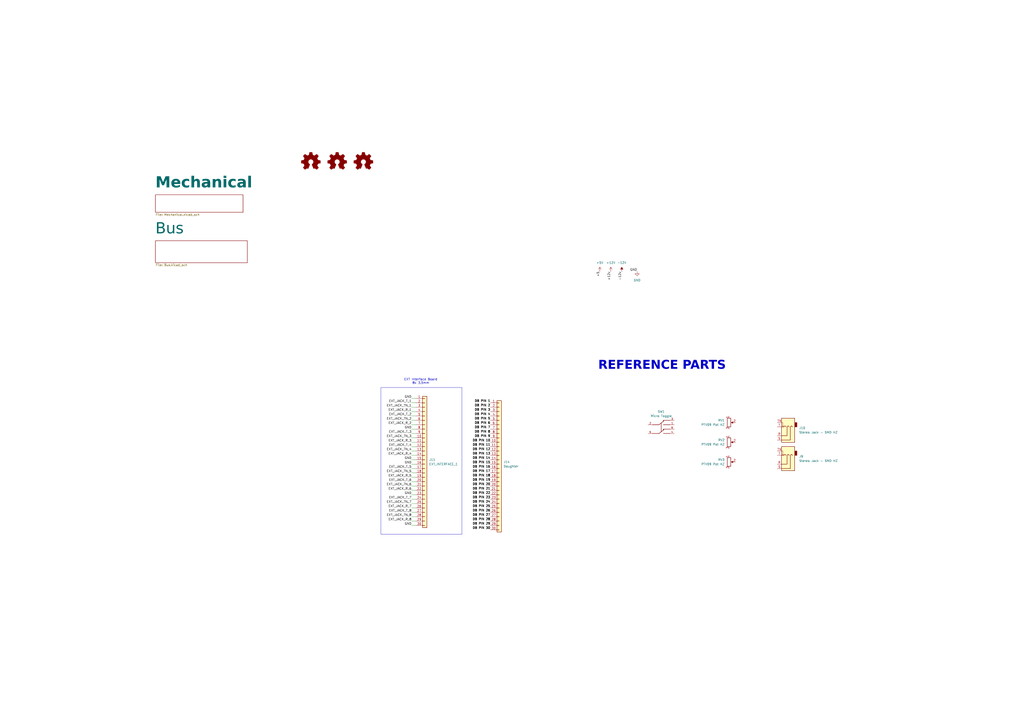
<source format=kicad_sch>
(kicad_sch (version 20231120) (generator "eeschema") (generator_version "8.0")
  (paper "A2")
  (title_block (title "Audio Thing Template") (date "2024-11-13") (rev "1.0") (company "velvia-fifty") (comment 1 "https://github.com/velvia-fifty/AudioThings") (comment 2 "You should have changed this already :)") (comment 4 "Stay humble"))
  (lib_symbols
    (symbol "AT-Symbols:DPDT Micro 1825138-7" (pin_names (offset 1.016))
      (property "Reference" "SW" (at -3.8172 6.362 0))
      (property "Value" "1825138-7" (at -3.8107 -5.7161 0))
      (symbol "DPDT Micro 1825138-7_0_0"
        (polyline (pts (xy -5.08 -2.54) (xy -1.27 -2.54)) (stroke (width 0.254)))
        (polyline (pts (xy -5.08 2.54) (xy -1.27 2.54)) (stroke (width 0.254)))
        (polyline (pts (xy -1.27 -2.54) (xy 1.5875 -0.3175)) (stroke (width 0.254)))
        (polyline (pts (xy -1.27 2.54) (xy 1.5875 4.7625)) (stroke (width 0.254)))
        (polyline (pts (xy 0 3.4925) (xy 0 -1.5875)) (stroke (width 0.254)))
        (polyline (pts (xy 1.27 -2.54) (xy 5.08 -2.54)) (stroke (width 0.254)))
        (polyline (pts (xy 1.27 0) (xy 1.27 -0.635)) (stroke (width 0.254)))
        (polyline (pts (xy 1.27 0) (xy 5.08 0)) (stroke (width 0.254)))
        (polyline (pts (xy 1.27 2.54) (xy 5.08 2.54)) (stroke (width 0.254)))
        (polyline (pts (xy 1.27 5.08) (xy 1.27 4.445)) (stroke (width 0.254)))
        (polyline (pts (xy 1.27 5.08) (xy 5.08 5.08)) (stroke (width 0.254)))
        (pin passive line (at 7.62 2.54 180) (length 2.54) (name "~") (number "1"))
        (pin passive line (at -7.62 2.54 0) (length 2.54) (name "~") (number "2"))
        (pin passive line (at 7.62 5.08 180) (length 2.54) (name "~") (number "3"))
        (pin passive line (at 7.62 -2.54 180) (length 2.54) (name "~") (number "4"))
        (pin passive line (at -7.62 -2.54 0) (length 2.54) (name "~") (number "5"))
        (pin passive line (at 7.62 0 180) (length 2.54) (name "~") (number "6"))
      )
    )
    (symbol "Connector_Audio:AudioJack3_SwitchT"
      (property "Reference" "J" (at 0 8.89 0))
      (property "Value" "AudioJack3_SwitchT" (at 0 6.35 0))
      (symbol "AudioJack3_SwitchT_0_1"
        (rectangle (start -5.08 -5.08) (end -6.35 -7.62) (stroke (width 0.254)) (fill (type outline)))
        (polyline (pts (xy 1.778 -5.334) (xy 2.032 -5.842)))
        (polyline (pts (xy 0 -5.08) (xy 0.635 -5.715) (xy 1.27 -5.08) (xy 2.54 -5.08)) (stroke (width 0.254)))
        (polyline (pts (xy 2.54 -7.62) (xy 1.778 -7.62) (xy 1.778 -5.334) (xy 1.524 -5.842)))
        (polyline (pts (xy -1.905 -5.08) (xy -1.27 -5.715) (xy -0.635 -5.08) (xy -0.635 0) (xy 2.54 0)) (stroke (width 0.254)))
        (polyline (pts (xy 2.54 2.54) (xy -2.54 2.54) (xy -2.54 -5.08) (xy -3.175 -5.715) (xy -3.81 -5.08)) (stroke (width 0.254)))
        (rectangle (start 2.54 3.81) (end -5.08 -10.16) (stroke (width 0.254)) (fill (type background)))
      )
      (symbol "AudioJack3_SwitchT_1_1"
        (pin passive line (at 5.08 0 180) (length 2.54) (name "~") (number "R"))
        (pin passive line (at 5.08 2.54 180) (length 2.54) (name "~") (number "S"))
        (pin passive line (at 5.08 -5.08 180) (length 2.54) (name "~") (number "T"))
        (pin passive line (at 5.08 -7.62 180) (length 2.54) (name "~") (number "TN"))
      )
    )
    (symbol "Connector_Generic:Conn_01x30" (pin_names (offset 1.016) hide)
      (property "Reference" "J" (at 0 38.1 0))
      (property "Value" "Conn_01x30" (at 0 -40.64 0))
      (symbol "Conn_01x30_1_1"
        (rectangle (start -1.27 -37.973) (end 0 -38.227) (stroke (width 0.1524)))
        (rectangle (start -1.27 -35.433) (end 0 -35.687) (stroke (width 0.1524)))
        (rectangle (start -1.27 -32.893) (end 0 -33.147) (stroke (width 0.1524)))
        (rectangle (start -1.27 -30.353) (end 0 -30.607) (stroke (width 0.1524)))
        (rectangle (start -1.27 -27.813) (end 0 -28.067) (stroke (width 0.1524)))
        (rectangle (start -1.27 -25.273) (end 0 -25.527) (stroke (width 0.1524)))
        (rectangle (start -1.27 -22.733) (end 0 -22.987) (stroke (width 0.1524)))
        (rectangle (start -1.27 -20.193) (end 0 -20.447) (stroke (width 0.1524)))
        (rectangle (start -1.27 -17.653) (end 0 -17.907) (stroke (width 0.1524)))
        (rectangle (start -1.27 -15.113) (end 0 -15.367) (stroke (width 0.1524)))
        (rectangle (start -1.27 -12.573) (end 0 -12.827) (stroke (width 0.1524)))
        (rectangle (start -1.27 -10.033) (end 0 -10.287) (stroke (width 0.1524)))
        (rectangle (start -1.27 -7.493) (end 0 -7.747) (stroke (width 0.1524)))
        (rectangle (start -1.27 -4.953) (end 0 -5.207) (stroke (width 0.1524)))
        (rectangle (start -1.27 -2.413) (end 0 -2.667) (stroke (width 0.1524)))
        (rectangle (start -1.27 0.127) (end 0 -0.127) (stroke (width 0.1524)))
        (rectangle (start -1.27 2.667) (end 0 2.413) (stroke (width 0.1524)))
        (rectangle (start -1.27 5.207) (end 0 4.953) (stroke (width 0.1524)))
        (rectangle (start -1.27 7.747) (end 0 7.493) (stroke (width 0.1524)))
        (rectangle (start -1.27 10.287) (end 0 10.033) (stroke (width 0.1524)))
        (rectangle (start -1.27 12.827) (end 0 12.573) (stroke (width 0.1524)))
        (rectangle (start -1.27 15.367) (end 0 15.113) (stroke (width 0.1524)))
        (rectangle (start -1.27 17.907) (end 0 17.653) (stroke (width 0.1524)))
        (rectangle (start -1.27 20.447) (end 0 20.193) (stroke (width 0.1524)))
        (rectangle (start -1.27 22.987) (end 0 22.733) (stroke (width 0.1524)))
        (rectangle (start -1.27 25.527) (end 0 25.273) (stroke (width 0.1524)))
        (rectangle (start -1.27 28.067) (end 0 27.813) (stroke (width 0.1524)))
        (rectangle (start -1.27 30.607) (end 0 30.353) (stroke (width 0.1524)))
        (rectangle (start -1.27 33.147) (end 0 32.893) (stroke (width 0.1524)))
        (rectangle (start -1.27 35.687) (end 0 35.433) (stroke (width 0.1524)))
        (rectangle (start -1.27 36.83) (end 1.27 -39.37) (stroke (width 0.254)) (fill (type background)))
        (pin passive line (at -5.08 35.56 0) (length 3.81) (name "Pin_1") (number "1"))
        (pin passive line (at -5.08 12.7 0) (length 3.81) (name "Pin_10") (number "10"))
        (pin passive line (at -5.08 10.16 0) (length 3.81) (name "Pin_11") (number "11"))
        (pin passive line (at -5.08 7.62 0) (length 3.81) (name "Pin_12") (number "12"))
        (pin passive line (at -5.08 5.08 0) (length 3.81) (name "Pin_13") (number "13"))
        (pin passive line (at -5.08 2.54 0) (length 3.81) (name "Pin_14") (number "14"))
        (pin passive line (at -5.08 0 0) (length 3.81) (name "Pin_15") (number "15"))
        (pin passive line (at -5.08 -2.54 0) (length 3.81) (name "Pin_16") (number "16"))
        (pin passive line (at -5.08 -5.08 0) (length 3.81) (name "Pin_17") (number "17"))
        (pin passive line (at -5.08 -7.62 0) (length 3.81) (name "Pin_18") (number "18"))
        (pin passive line (at -5.08 -10.16 0) (length 3.81) (name "Pin_19") (number "19"))
        (pin passive line (at -5.08 33.02 0) (length 3.81) (name "Pin_2") (number "2"))
        (pin passive line (at -5.08 -12.7 0) (length 3.81) (name "Pin_20") (number "20"))
        (pin passive line (at -5.08 -15.24 0) (length 3.81) (name "Pin_21") (number "21"))
        (pin passive line (at -5.08 -17.78 0) (length 3.81) (name "Pin_22") (number "22"))
        (pin passive line (at -5.08 -20.32 0) (length 3.81) (name "Pin_23") (number "23"))
        (pin passive line (at -5.08 -22.86 0) (length 3.81) (name "Pin_24") (number "24"))
        (pin passive line (at -5.08 -25.4 0) (length 3.81) (name "Pin_25") (number "25"))
        (pin passive line (at -5.08 -27.94 0) (length 3.81) (name "Pin_26") (number "26"))
        (pin passive line (at -5.08 -30.48 0) (length 3.81) (name "Pin_27") (number "27"))
        (pin passive line (at -5.08 -33.02 0) (length 3.81) (name "Pin_28") (number "28"))
        (pin passive line (at -5.08 -35.56 0) (length 3.81) (name "Pin_29") (number "29"))
        (pin passive line (at -5.08 30.48 0) (length 3.81) (name "Pin_3") (number "3"))
        (pin passive line (at -5.08 -38.1 0) (length 3.81) (name "Pin_30") (number "30"))
        (pin passive line (at -5.08 27.94 0) (length 3.81) (name "Pin_4") (number "4"))
        (pin passive line (at -5.08 25.4 0) (length 3.81) (name "Pin_5") (number "5"))
        (pin passive line (at -5.08 22.86 0) (length 3.81) (name "Pin_6") (number "6"))
        (pin passive line (at -5.08 20.32 0) (length 3.81) (name "Pin_7") (number "7"))
        (pin passive line (at -5.08 17.78 0) (length 3.81) (name "Pin_8") (number "8"))
        (pin passive line (at -5.08 15.24 0) (length 3.81) (name "Pin_9") (number "9"))
      )
    )
    (symbol "Device:R_Potentiometer" (pin_names (offset 1.016) hide)
      (property "Reference" "RV" (at -4.445 0 90))
      (property "Value" "R_Potentiometer" (at -2.54 0 90))
      (symbol "R_Potentiometer_0_1"
        (polyline (pts (xy 2.54 0) (xy 1.524 0)))
        (polyline (pts (xy 1.143 0) (xy 2.286 0.508) (xy 2.286 -0.508) (xy 1.143 0)) (fill (type outline)))
        (rectangle (start 1.016 2.54) (end -1.016 -2.54) (stroke (width 0.254)))
      )
      (symbol "R_Potentiometer_1_1"
        (pin passive line (at 0 3.81 270) (length 1.27) (name "1") (number "1"))
        (pin passive line (at 3.81 0 180) (length 1.27) (name "2") (number "2"))
        (pin passive line (at 0 -3.81 90) (length 1.27) (name "3") (number "3"))
      )
    )
    (symbol "Graphic:Logo_Open_Hardware_Small" (in_bom no) (on_board no)
      (symbol "Logo_Open_Hardware_Small_0_1"
        (polyline (pts (xy 3.3528 -4.3434) (xy 3.302 -4.318) (xy 3.175 -4.2418) (xy 2.9972 -4.1148) (xy 2.7686 -3.9624) (xy 2.54 -3.81) (xy 2.3622 -3.7084) (xy 2.2352 -3.6068) (xy 2.1844 -3.5814) (xy 2.159 -3.6068) (xy 2.0574 -3.6576) (xy 1.905 -3.7338) (xy 1.8034 -3.7846) (xy 1.6764 -3.8354) (xy 1.6002 -3.8354) (xy 1.6002 -3.8354) (xy 1.5494 -3.7338) (xy 1.4732 -3.5306) (xy 1.3462 -3.302) (xy 1.2446 -3.0226) (xy 1.1176 -2.7178) (xy 0.9652 -2.413) (xy 0.8636 -2.1082) (xy 0.7366 -1.8288) (xy 0.6604 -1.6256) (xy 0.6096 -1.4732) (xy 0.5842 -1.397) (xy 0.5842 -1.397) (xy 0.6604 -1.3208) (xy 0.7874 -1.2446) (xy 1.0414 -1.016) (xy 1.2954 -0.6858) (xy 1.4478 -0.3302) (xy 1.524 0.0762) (xy 1.4732 0.4572) (xy 1.3208 0.8128) (xy 1.0668 1.143) (xy 0.762 1.3716) (xy 0.4064 1.524) (xy 0 1.5748) (xy -0.381 1.5494) (xy -0.7366 1.397) (xy -1.0668 1.143) (xy -1.2192 0.9906) (xy -1.397 0.6604) (xy -1.524 0.3048) (xy -1.524 0.2286) (xy -1.4986 -0.1778) (xy -1.397 -0.5334) (xy -1.1938 -0.8636) (xy -0.9144 -1.143) (xy -0.8636 -1.1684) (xy -0.7366 -1.27) (xy -0.635 -1.3462) (xy -0.5842 -1.397) (xy -1.0668 -2.5908) (xy -1.143 -2.794) (xy -1.2954 -3.1242) (xy -1.397 -3.4036) (xy -1.4986 -3.6322) (xy -1.5748 -3.7846) (xy -1.6002 -3.8354) (xy -1.6002 -3.8354) (xy -1.651 -3.8354) (xy -1.7272 -3.81) (xy -1.905 -3.7338) (xy -2.0066 -3.683) (xy -2.1336 -3.6068) (xy -2.2098 -3.5814) (xy -2.2606 -3.6068) (xy -2.3622 -3.683) (xy -2.54 -3.81) (xy -2.7686 -3.9624) (xy -2.9718 -4.0894) (xy -3.1496 -4.2164) (xy -3.302 -4.318) (xy -3.3528 -4.3434) (xy -3.3782 -4.3434) (xy -3.429 -4.318) (xy -3.5306 -4.2164) (xy -3.7084 -4.064) (xy -3.937 -3.8354) (xy -3.9624 -3.81) (xy -4.1656 -3.6068) (xy -4.318 -3.4544) (xy -4.4196 -3.3274) (xy -4.445 -3.2766) (xy -4.445 -3.2766) (xy -4.4196 -3.2258) (xy -4.318 -3.0734) (xy -4.2164 -2.8956) (xy -4.064 -2.667) (xy -3.6576 -2.0828) (xy -3.8862 -1.5494) (xy -3.937 -1.3716) (xy -4.0386 -1.1684) (xy -4.0894 -1.0414) (xy -4.1148 -0.9652) (xy -4.191 -0.9398) (xy -4.318 -0.9144) (xy -4.5466 -0.8636) (xy -4.8006 -0.8128) (xy -5.0546 -0.7874) (xy -5.2578 -0.7366) (xy -5.4356 -0.7112) (xy -5.5118 -0.6858) (xy -5.5118 -0.6858) (xy -5.5372 -0.635) (xy -5.5372 -0.5588) (xy -5.5372 -0.4318) (xy -5.5626 -0.2286) (xy -5.5626 0.0762) (xy -5.5626 0.127) (xy -5.5372 0.4064) (xy -5.5372 0.635) (xy -5.5372 0.762) (xy -5.5372 0.8382) (xy -5.5372 0.8382) (xy -5.461 0.8382) (xy -5.3086 0.889) (xy -5.08 0.9144) (xy -4.826 0.9652) (xy -4.8006 0.9906) (xy -4.5466 1.0414) (xy -4.318 1.0668) (xy -4.1656 1.1176) (xy -4.0894 1.143) (xy -4.0894 1.143) (xy -4.0386 1.2446) (xy -3.9624 1.4224) (xy -3.8608 1.6256) (xy -3.7846 1.8288) (xy -3.7084 2.0066) (xy -3.6576 2.159) (xy -3.6322 2.2098) (xy -3.6322 2.2098) (xy -3.683 2.286) (xy -3.7592 2.413) (xy -3.8862 2.5908) (xy -4.064 2.8194) (xy -4.064 2.8448) (xy -4.2164 3.0734) (xy -4.3434 3.2512) (xy -4.4196 3.3782) (xy -4.445 3.4544) (xy -4.445 3.4544) (xy -4.3942 3.5052) (xy -4.2926 3.6322) (xy -4.1148 3.81) (xy -3.937 4.0132) (xy -3.8608 4.064) (xy -3.6576 4.2926) (xy -3.5052 4.4196) (xy -3.4036 4.4958) (xy -3.3528 4.5212) (xy -3.3528 4.5212) (xy -3.302 4.4704) (xy -3.1496 4.3688) (xy -2.9718 4.2418) (xy -2.7432 4.0894) (xy -2.7178 4.0894) (xy -2.4892 3.937) (xy -2.3114 3.81) (xy -2.1844 3.7084) (xy -2.1336 3.683) (xy -2.1082 3.683) (xy -2.032 3.7084) (xy -1.8542 3.7592) (xy -1.6764 3.8354) (xy -1.4732 3.937) (xy -1.27 4.0132) (xy -1.143 4.064) (xy -1.0668 4.1148) (xy -1.0668 4.1148) (xy -1.0414 4.191) (xy -1.016 4.3434) (xy -0.9652 4.572) (xy -0.9144 4.8514) (xy -0.889 4.9022) (xy -0.8382 5.1562) (xy -0.8128 5.3848) (xy -0.7874 5.5372) (xy -0.762 5.588) (xy -0.7112 5.6134) (xy -0.5842 5.6134) (xy -0.4064 5.6134) (xy -0.1524 5.6134) (xy 0.0762 5.6134) (xy 0.3302 5.6134) (xy 0.5334 5.6134) (xy 0.6858 5.588) (xy 0.7366 5.588) (xy 0.7366 5.588) (xy 0.762 5.5118) (xy 0.8128 5.334) (xy 0.8382 5.1054) (xy 0.9144 4.826) (xy 0.9144 4.7752) (xy 0.9652 4.5212) (xy 1.016 4.2926) (xy 1.0414 4.1402) (xy 1.0668 4.0894) (xy 1.0668 4.0894) (xy 1.1938 4.0386) (xy 1.3716 3.9624) (xy 1.5748 3.8608) (xy 2.0828 3.6576) (xy 2.7178 4.0894) (xy 2.7686 4.1402) (xy 2.9972 4.2926) (xy 3.175 4.4196) (xy 3.302 4.4958) (xy 3.3782 4.5212) (xy 3.3782 4.5212) (xy 3.429 4.4704) (xy 3.556 4.3434) (xy 3.7338 4.191) (xy 3.9116 3.9878) (xy 4.064 3.8354) (xy 4.2418 3.6576) (xy 4.3434 3.556) (xy 4.4196 3.4798) (xy 4.4196 3.429) (xy 4.4196 3.4036) (xy 4.3942 3.3274) (xy 4.2926 3.2004) (xy 4.1656 2.9972) (xy 4.0132 2.794) (xy 3.8862 2.5908) (xy 3.7592 2.3876) (xy 3.6576 2.2352) (xy 3.6322 2.159) (xy 3.6322 2.1336) (xy 3.683 2.0066) (xy 3.7592 1.8288) (xy 3.8608 1.6002) (xy 4.064 1.1176) (xy 4.3942 1.0414) (xy 4.5974 1.016) (xy 4.8768 0.9652) (xy 5.1308 0.9144) (xy 5.5372 0.8382) (xy 5.5626 -0.6604) (xy 5.4864 -0.6858) (xy 5.4356 -0.6858) (xy 5.2832 -0.7366) (xy 5.0546 -0.762) (xy 4.8006 -0.8128) (xy 4.5974 -0.8636) (xy 4.3688 -0.9144) (xy 4.2164 -0.9398) (xy 4.1402 -0.9398) (xy 4.1148 -0.9652) (xy 4.064 -1.0668) (xy 3.9878 -1.2446) (xy 3.9116 -1.4478) (xy 3.81 -1.651) (xy 3.7338 -1.8542) (xy 3.683 -2.0066) (xy 3.6576 -2.0828) (xy 3.683 -2.1336) (xy 3.7846 -2.2606) (xy 3.8862 -2.4638) (xy 4.0386 -2.667) (xy 4.191 -2.8956) (xy 4.318 -3.0734) (xy 4.3942 -3.2004) (xy 4.445 -3.2766) (xy 4.4196 -3.3274) (xy 4.3434 -3.429) (xy 4.1656 -3.5814) (xy 3.937 -3.8354) (xy 3.8862 -3.8608) (xy 3.683 -4.064) (xy 3.5306 -4.2164) (xy 3.4036 -4.318) (xy 3.3528 -4.3434)) (fill (type outline)))
      )
    )
    (symbol "power:+12V" (power) (pin_numbers hide) (pin_names (offset 0) hide)
      (property "Value" "+12V" (at 0 3.556 0))
      (symbol "+12V_0_1"
        (polyline (pts (xy -0.762 1.27) (xy 0 2.54)))
        (polyline (pts (xy 0 0) (xy 0 2.54)))
        (polyline (pts (xy 0 2.54) (xy 0.762 1.27)))
      )
      (symbol "+12V_1_1"
        (pin power_in line (at 0 0 90) (length 0) (name "~") (number "1"))
      )
    )
    (symbol "power:+5V" (power) (pin_numbers hide) (pin_names (offset 0) hide)
      (property "Value" "+5V" (at 0 3.556 0))
      (symbol "+5V_0_1"
        (polyline (pts (xy -0.762 1.27) (xy 0 2.54)))
        (polyline (pts (xy 0 0) (xy 0 2.54)))
        (polyline (pts (xy 0 2.54) (xy 0.762 1.27)))
      )
      (symbol "+5V_1_1"
        (pin power_in line (at 0 0 90) (length 0) (name "~") (number "1"))
      )
    )
    (symbol "power:-12V" (power) (pin_numbers hide) (pin_names (offset 0) hide)
      (property "Value" "-12V" (at 0 3.556 0))
      (symbol "-12V_0_0"
        (pin power_in line (at 0 0 90) (length 0) (name "~") (number "1"))
      )
      (symbol "-12V_0_1"
        (polyline (pts (xy 0 0) (xy 0 1.27) (xy 0.762 1.27) (xy 0 2.54) (xy -0.762 1.27) (xy 0 1.27)) (fill (type outline)))
      )
    )
    (symbol "power:GND" (power) (pin_numbers hide) (pin_names (offset 0) hide)
      (property "Value" "GND" (at 0 -3.81 0))
      (symbol "GND_0_1"
        (polyline (pts (xy 0 0) (xy 0 -1.27) (xy 1.27 -1.27) (xy 0 -2.54) (xy -1.27 -1.27) (xy 0 -1.27)))
      )
      (symbol "GND_1_1"
        (pin power_in line (at 0 0 270) (length 0) (name "~") (number "1"))
      )
    )
  )
  (wire (pts (xy 241.3 284.48) (xy 238.76 284.48)))
  (wire (pts (xy 241.3 261.62) (xy 238.76 261.62)))
  (wire (pts (xy 241.3 289.56) (xy 238.76 289.56)))
  (wire (pts (xy 241.3 271.78) (xy 238.76 271.78)))
  (wire (pts (xy 241.3 231.14) (xy 238.76 231.14)))
  (wire (pts (xy 241.3 233.68) (xy 238.76 233.68)))
  (wire (pts (xy 241.3 251.46) (xy 238.76 251.46)))
  (wire (pts (xy 241.3 266.7) (xy 238.76 266.7)))
  (wire (pts (xy 241.3 256.54) (xy 238.76 256.54)))
  (wire (pts (xy 241.3 238.76) (xy 238.76 238.76)))
  (wire (pts (xy 241.3 254) (xy 238.76 254)))
  (wire (pts (xy 241.3 259.08) (xy 238.76 259.08)))
  (wire (pts (xy 241.3 248.92) (xy 238.76 248.92)))
  (wire (pts (xy 241.3 241.3) (xy 238.76 241.3)))
  (wire (pts (xy 241.3 236.22) (xy 238.76 236.22)))
  (wire (pts (xy 241.3 264.16) (xy 238.76 264.16)))
  (wire (pts (xy 241.3 304.8) (xy 238.76 304.8)))
  (wire (pts (xy 241.3 281.94) (xy 238.76 281.94)))
  (wire (pts (xy 241.3 279.4) (xy 238.76 279.4)))
  (wire (pts (xy 241.3 274.32) (xy 238.76 274.32)))
  (wire (pts (xy 241.3 243.84) (xy 238.76 243.84)))
  (wire (pts (xy 241.3 297.18) (xy 238.76 297.18)))
  (wire (pts (xy 241.3 269.24) (xy 238.76 269.24)))
  (wire (pts (xy 241.3 299.72) (xy 238.76 299.72)))
  (wire (pts (xy 241.3 302.26) (xy 238.76 302.26)))
  (wire (pts (xy 241.3 294.64) (xy 238.76 294.64)))
  (wire (pts (xy 241.3 276.86) (xy 238.76 276.86)))
  (wire (pts (xy 241.3 246.38) (xy 238.76 246.38)))
  (wire (pts (xy 241.3 287.02) (xy 238.76 287.02)))
  (wire (pts (xy 241.3 292.1) (xy 238.76 292.1)))
  (rectangle (start 220.98 224.79) (end 267.97 309.88))
  (text "REFERENCE PARTS" (at 384.048 213.36 0) (effects (font (size 5.08 5.08) (thickness 1.016) (bold yes))))
  (text "EXT Interface Board\n8x 3.5mm" (at 244.094 221.234 0) (effects (font (size 1.27 1.27))))
  (label "+5" (at 347.98 157.48 270))
  (label "EXT_JACK_TN_1" (at 238.76 236.22 180))
  (label "GND" (at 238.76 266.7 180))
  (label "EXT_JACK_T_4" (at 238.76 259.08 180))
  (label "GND" (at 238.76 231.14 180))
  (label "DB PIN 8" (at 284.48 251.46 180) (effects (font (thickness 0.254) (bold yes))))
  (label "DB PIN 28" (at 284.48 302.26 180) (effects (font (thickness 0.254) (bold yes))))
  (label "DB PIN 20" (at 284.48 281.94 180) (effects (font (thickness 0.254) (bold yes))))
  (label "DB PIN 11" (at 284.48 259.08 180) (effects (font (thickness 0.254) (bold yes))))
  (label "EXT_JACK_T_3" (at 238.76 251.46 180))
  (label "GND" (at 238.76 248.92 180))
  (label "EXT_JACK_TN_4" (at 238.76 261.62 180))
  (label "DB PIN 14" (at 284.48 266.7 180) (effects (font (thickness 0.254) (bold yes))))
  (label "DB PIN 24" (at 284.48 292.1 180) (effects (font (thickness 0.254) (bold yes))))
  (label "EXT_JACK_R_3" (at 238.76 256.54 180))
  (label "DB PIN 3" (at 284.48 238.76 180) (effects (font (thickness 0.254) (bold yes))))
  (label "DB PIN 13" (at 284.48 264.16 180) (effects (font (thickness 0.254) (bold yes))))
  (label "-12v" (at 360.68 157.48 270))
  (label "DB PIN 18" (at 284.48 276.86 180) (effects (font (thickness 0.254) (bold yes))))
  (label "EXT_JACK_R_2" (at 238.76 246.38 180))
  (label "EXT_JACK_R_8" (at 238.76 302.26 180))
  (label "GND" (at 369.57 157.48 180))
  (label "EXT_JACK_T_2" (at 238.76 241.3 180))
  (label "GND" (at 238.76 287.02 180))
  (label "EXT_JACK_T_5" (at 238.76 271.78 180))
  (label "EXT_JACK_TN_7" (at 238.76 292.1 180))
  (label "DB PIN 10" (at 284.48 256.54 180) (effects (font (thickness 0.254) (bold yes))))
  (label "DB PIN 30" (at 284.48 307.34 180) (effects (font (thickness 0.254) (bold yes))))
  (label "EXT_JACK_TN_5" (at 238.76 274.32 180))
  (label "EXT_JACK_TN_2" (at 238.76 243.84 180))
  (label "EXT_JACK_TN_8" (at 238.76 299.72 180))
  (label "EXT_JACK_R_7" (at 238.76 294.64 180))
  (label "DB PIN 7" (at 284.48 248.92 180) (effects (font (thickness 0.254) (bold yes))))
  (label "DB PIN 9" (at 284.48 254 180) (effects (font (thickness 0.254) (bold yes))))
  (label "EXT_JACK_R_4" (at 238.76 264.16 180))
  (label "DB PIN 1" (at 284.48 233.68 180) (effects (font (thickness 0.254) (bold yes))))
  (label "DB PIN 2" (at 284.48 236.22 180) (effects (font (thickness 0.254) (bold yes))))
  (label "GND" (at 238.76 269.24 180))
  (label "GND" (at 238.76 304.8 180))
  (label "DB PIN 15" (at 284.48 269.24 180) (effects (font (thickness 0.254) (bold yes))))
  (label "DB PIN 19" (at 284.48 279.4 180) (effects (font (thickness 0.254) (bold yes))))
  (label "EXT_JACK_TN_6" (at 238.76 281.94 180))
  (label "DB PIN 21" (at 284.48 284.48 180) (effects (font (thickness 0.254) (bold yes))))
  (label "DB PIN 4" (at 284.48 241.3 180) (effects (font (thickness 0.254) (bold yes))))
  (label "DB PIN 25" (at 284.48 294.64 180) (effects (font (thickness 0.254) (bold yes))))
  (label "DB PIN 12" (at 284.48 261.62 180) (effects (font (thickness 0.254) (bold yes))))
  (label "DB PIN 29" (at 284.48 304.8 180) (effects (font (thickness 0.254) (bold yes))))
  (label "DB PIN 22" (at 284.48 287.02 180) (effects (font (thickness 0.254) (bold yes))))
  (label "EXT_JACK_R_1" (at 238.76 238.76 180))
  (label "EXT_JACK_R_6" (at 238.76 284.48 180))
  (label "EXT_JACK_T_6" (at 238.76 279.4 180))
  (label "DB PIN 6" (at 284.48 246.38 180) (effects (font (thickness 0.254) (bold yes))))
  (label "EXT_JACK_TN_3" (at 238.76 254 180))
  (label "+12v" (at 354.33 157.48 270))
  (label "DB PIN 16" (at 284.48 271.78 180) (effects (font (thickness 0.254) (bold yes))))
  (label "DB PIN 23" (at 284.48 289.56 180) (effects (font (thickness 0.254) (bold yes))))
  (label "EXT_JACK_T_8" (at 238.76 297.18 180))
  (label "EXT_JACK_T_1" (at 238.76 233.68 180))
  (label "EXT_JACK_R_5" (at 238.76 276.86 180))
  (label "DB PIN 5" (at 284.48 243.84 180) (effects (font (thickness 0.254) (bold yes))))
  (label "DB PIN 17" (at 284.48 274.32 180) (effects (font (thickness 0.254) (bold yes))))
  (label "DB PIN 27" (at 284.48 299.72 180) (effects (font (thickness 0.254) (bold yes))))
  (label "EXT_JACK_T_7" (at 238.76 289.56 180))
  (label "DB PIN 26" (at 284.48 297.18 180) (effects (font (thickness 0.254) (bold yes))))
  (symbol (lib_id "power:-12V") (at 360.68 157.48 0) (unit 1)
    (property "Reference" "#PWR023" (effects (hide yes)))
    (property "Value" "-12V" (at 360.68 152.4 0))
    (property "Description" "Power symbol creates a global label with name \"-12V\"" (effects (hide yes)))
  )
  (symbol (lib_id "Device:R_Potentiometer") (at 422.91 245.11 0) (unit 1)
    (property "Reference" "RV1" (at 420.37 243.8399 0) (effects (justify right)))
    (property "Value" "PTV09 Pot HZ" (at 420.37 246.3799 0) (effects (justify right)))
    (property "Footprint" "AT-Footprints:Potentiometer_Bourns_PTV09A-2_Single_Horizontal" (effects (hide yes)))
    (property "Description" "Potentiometer" (effects (hide yes)))
  )
  (symbol (lib_id "Device:R_Potentiometer") (at 422.91 267.97 0) (unit 1)
    (property "Reference" "RV3" (at 420.37 266.6999 0) (effects (justify right)))
    (property "Value" "PTV09 Pot HZ" (at 420.37 269.2399 0) (effects (justify right)))
    (property "Footprint" "AT-Footprints:Potentiometer_Bourns_PTV09A-2_Single_Horizontal" (effects (hide yes)))
    (property "Description" "Potentiometer" (effects (hide yes)))
  )
  (symbol (lib_id "Graphic:Logo_Open_Hardware_Small") (at 210.82 93.98 0) (unit 1) (exclude_from_sim yes) (in_bom no) (on_board no)
    (property "Reference" "#SYM3" (effects (hide yes)))
    (property "Value" "CC" (effects (hide yes)))
    (property "Footprint" "Symbol:Symbol_CreativeCommons_SilkScreenTop_Type2_Big" (effects (hide yes)))
    (property "Description" "CC" (effects (hide yes)))
  )
  (symbol (lib_id "power:+5V") (at 347.98 157.48 0) (unit 1)
    (property "Reference" "#PWR021" (effects (hide yes)))
    (property "Value" "+5V" (at 347.98 152.4 0))
    (property "Description" "Power symbol creates a global label with name \"+5V\"" (effects (hide yes)))
  )
  (symbol (lib_id "Connector_Generic:Conn_01x30") (at 289.56 269.24 0) (unit 1)
    (property "Reference" "J14" (at 292.1 267.9699 0) (effects (justify left)))
    (property "Value" "Daughter" (at 292.1 270.5099 0) (effects (justify left)))
    (property "Footprint" "AT-Footprints:AMPHENOL_SFV30R-4STE1HLF - FFC - 30 RA" (effects (hide yes)))
    (property "Description" "Generic connector, single row, 01x30, script generated (kicad-library-utils/schlib/autogen/connector/)" (effects (hide yes)))
  )
  (symbol (lib_id "power:GND") (at 369.57 157.48 0) (unit 1)
    (property "Reference" "#PWR024" (effects (hide yes)))
    (property "Value" "GND" (at 369.57 162.56 0))
    (property "Description" "Power symbol creates a global label with name \"GND\" , ground" (effects (hide yes)))
  )
  (symbol (lib_id "power:+12V") (at 354.33 157.48 0) (unit 1)
    (property "Reference" "#PWR022" (effects (hide yes)))
    (property "Value" "+12V" (at 354.33 152.4 0))
    (property "Description" "Power symbol creates a global label with name \"+12V\"" (effects (hide yes)))
  )
  (symbol (lib_id "AT-Symbols:DPDT Micro 1825138-7") (at 383.54 248.92 0) (unit 1)
    (property "Reference" "SW1" (at 383.54 238.76 0))
    (property "Value" "Micro Toggle" (at 383.54 241.3 0))
    (property "Footprint" "AT-Footprints:DPDT Micro SW_1825138-7" (effects (hide yes)))
    (property "Description" "TE Part" (effects (hide yes)))
    (property "PARTREV" "A5" (effects (hide yes)))
    (property "STANDARD" "Manufacturer recommendations" (effects (hide yes)))
    (property "MANUFACTURER" "TE Connectivity" (effects (hide yes)))
  )
  (symbol (lib_id "Connector_Audio:AudioJack3_SwitchT") (at 455.93 269.24 180) (unit 1)
    (property "Reference" "J9" (at 463.55 264.7949 0) (effects (justify right)))
    (property "Value" "Stereo Jack - SMD HZ" (at 463.55 267.3349 0) (effects (justify right)))
    (property "Footprint" "AT-Footprints:SMD_STEREO_CUI_SJ-3524-SMT_Horizontal" (effects (hide yes)))
    (property "Description" "Audio Jack, 3 Poles (Stereo / TRS), Switched T Pole (Normalling)" (effects (hide yes)))
  )
  (symbol (lib_id "Graphic:Logo_Open_Hardware_Small") (at 195.58 93.98 0) (unit 1) (exclude_from_sim yes) (in_bom no) (on_board no)
    (property "Reference" "#SYM2" (effects (hide yes)))
    (property "Value" "Logo Kicad" (effects (hide yes)))
    (property "Footprint" "Symbol:KiCad-Logo2_5mm_SilkScreen" (effects (hide yes)))
    (property "Description" "Logo Kicadx" (effects (hide yes)))
  )
  (symbol (lib_id "Graphic:Logo_Open_Hardware_Small") (at 180.34 93.98 0) (unit 1) (exclude_from_sim yes) (in_bom no)
    (property "Reference" "#SYM1" (effects (hide yes)))
    (property "Value" "Logo_Open_Hardware_Small" (effects (hide yes)))
    (property "Footprint" "Symbol:OSHW-Logo2_7.3x6mm_SilkScreen" (effects (hide yes)))
    (property "Description" "Open Hardware logo, small" (effects (hide yes)))
  )
  (symbol (lib_id "Connector_Generic:Conn_01x30") (at 246.38 266.7 0) (unit 1)
    (property "Reference" "J11" (at 248.92 266.6999 0) (effects (justify left)))
    (property "Value" "EXT_INTERFACE_1" (at 248.92 269.2399 0) (effects (justify left)))
    (property "Footprint" "AT-Footprints:AMPHENOL_SFV30R-4STE1HLF - FFC - 30 RA" (effects (hide yes)))
    (property "Description" "Generic connector, single row, 01x30, script generated (kicad-library-utils/schlib/autogen/connector/)" (effects (hide yes)))
  )
  (symbol (lib_id "Device:R_Potentiometer") (at 422.91 256.54 0) (unit 1)
    (property "Reference" "RV2" (at 420.37 255.2699 0) (effects (justify right)))
    (property "Value" "PTV09 Pot HZ" (at 420.37 257.8099 0) (effects (justify right)))
    (property "Footprint" "AT-Footprints:Potentiometer_Bourns_PTV09A-2_Single_Horizontal" (effects (hide yes)))
    (property "Description" "Potentiometer" (effects (hide yes)))
  )
  (symbol (lib_id "Connector_Audio:AudioJack3_SwitchT") (at 455.93 252.73 180) (unit 1)
    (property "Reference" "J10" (at 463.55 248.2849 0) (effects (justify right)))
    (property "Value" "Stereo Jack - SMD HZ" (at 463.55 250.8249 0) (effects (justify right)))
    (property "Footprint" "AT-Footprints:SMD_STEREO_CUI_SJ-3524-SMT_Horizontal" (effects (hide yes)))
    (property "Description" "Audio Jack, 3 Poles (Stereo / TRS), Switched T Pole (Normalling)" (effects (hide yes)))
  )
  (sheet (at 90.17 113.03) (size 50.8 10.16) (stroke (width 0.1524))
    (property "Sheetname" "Mechanical" (at 90.17 109.7784 0) (effects (font (size 6.35 6.35) (thickness 1.27) (bold yes)) (justify left bottom)))
    (property "Sheetfile" "Mechanical.kicad_sch" (at 90.17 123.7746 0) (effects (justify left top)))
  )
  (sheet (at 90.17 139.7) (size 53.34 12.7) (stroke (width 0.1524))
    (property "Sheetname" "Bus" (at 90.17 136.4484 0) (effects (font (size 6.35 6.35)) (justify left bottom)))
    (property "Sheetfile" "Bus.kicad_sch" (at 90.17 152.9846 0) (effects (justify left top)))
  )
)
</source>
